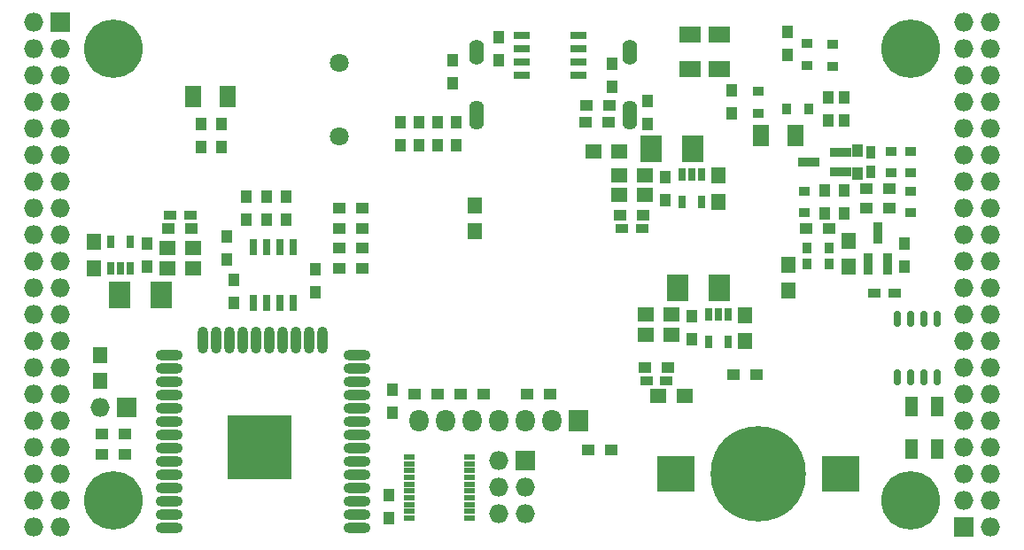
<source format=gbs>
G04 #@! TF.FileFunction,Soldermask,Bot*
%FSLAX46Y46*%
G04 Gerber Fmt 4.6, Leading zero omitted, Abs format (unit mm)*
G04 Created by KiCad (PCBNEW 4.0.7+dfsg1-1) date Thu Sep 28 13:08:25 2017*
%MOMM*%
%LPD*%
G01*
G04 APERTURE LIST*
%ADD10C,0.100000*%
%ADD11R,1.000000X1.300000*%
%ADD12R,2.132000X1.624000*%
%ADD13R,2.100000X2.600000*%
%ADD14R,0.800000X1.300000*%
%ADD15R,1.350000X1.600000*%
%ADD16R,1.600000X1.350000*%
%ADD17R,1.624000X2.132000*%
%ADD18O,0.709600X1.573200*%
%ADD19R,0.900000X1.000000*%
%ADD20R,1.000000X0.900000*%
%ADD21R,0.900000X2.000000*%
%ADD22R,2.000000X0.900000*%
%ADD23R,1.300000X0.850000*%
%ADD24R,0.850000X1.300000*%
%ADD25R,1.300000X1.000000*%
%ADD26R,0.700000X1.650000*%
%ADD27R,1.650000X0.700000*%
%ADD28O,2.600000X1.000000*%
%ADD29O,1.000000X2.600000*%
%ADD30R,6.100000X6.100000*%
%ADD31R,1.827200X1.827200*%
%ADD32O,1.827200X1.827200*%
%ADD33C,5.600000*%
%ADD34R,1.100000X0.500000*%
%ADD35R,1.300000X1.900000*%
%ADD36R,1.827200X2.132000*%
%ADD37O,1.827200X2.132000*%
%ADD38R,3.600000X3.400000*%
%ADD39C,9.100000*%
%ADD40C,1.800000*%
%ADD41O,1.400000X2.800000*%
%ADD42O,1.400000X2.400000*%
G04 APERTURE END LIST*
D10*
D11*
X154044000Y-72426000D03*
X154044000Y-70226000D03*
D12*
X160902000Y-63833000D03*
X160902000Y-67135000D03*
X158108000Y-67135000D03*
X158108000Y-63833000D03*
D13*
X160870000Y-88090000D03*
X156870000Y-88090000D03*
D14*
X159825000Y-90600000D03*
X160775000Y-90600000D03*
X161725000Y-90600000D03*
X161725000Y-93200000D03*
X159825000Y-93200000D03*
D13*
X158330000Y-74755000D03*
X154330000Y-74755000D03*
D14*
X157285000Y-77235000D03*
X158235000Y-77235000D03*
X159185000Y-77235000D03*
X159185000Y-79835000D03*
X157285000Y-79835000D03*
D13*
X103530000Y-88725000D03*
X107530000Y-88725000D03*
D14*
X104575000Y-86215000D03*
X103625000Y-86215000D03*
X102675000Y-86215000D03*
X102675000Y-83615000D03*
X104575000Y-83615000D03*
D15*
X101085000Y-83665000D03*
X101085000Y-86165000D03*
D16*
X153810000Y-90630000D03*
X156310000Y-90630000D03*
X153810000Y-92535000D03*
X156310000Y-92535000D03*
D15*
X163315000Y-93150000D03*
X163315000Y-90650000D03*
D16*
X151270000Y-79200000D03*
X153770000Y-79200000D03*
X151270000Y-77295000D03*
X153770000Y-77295000D03*
D15*
X160775000Y-79815000D03*
X160775000Y-77315000D03*
D16*
X110590000Y-84280000D03*
X108090000Y-84280000D03*
X110590000Y-86185000D03*
X108090000Y-86185000D03*
D17*
X110610000Y-69802000D03*
X113912000Y-69802000D03*
X168141000Y-73485000D03*
X164839000Y-73485000D03*
D18*
X181730000Y-96599000D03*
X180460000Y-96599000D03*
X179190000Y-96599000D03*
X177920000Y-96599000D03*
X177920000Y-91011000D03*
X179190000Y-91011000D03*
X180460000Y-91011000D03*
X181730000Y-91011000D03*
D15*
X173221000Y-86038000D03*
X173221000Y-83538000D03*
D19*
X169250000Y-84280000D03*
X171350000Y-84280000D03*
D20*
X179190000Y-80885000D03*
X179190000Y-78785000D03*
X177285000Y-74975000D03*
X177285000Y-77075000D03*
X169030000Y-80885000D03*
X169030000Y-78785000D03*
D21*
X176965000Y-85780000D03*
X175065000Y-85780000D03*
X176015000Y-82780000D03*
D22*
X172435000Y-75075000D03*
X172435000Y-76975000D03*
X169435000Y-76025000D03*
D23*
X153910000Y-96910000D03*
X155810000Y-96910000D03*
X151570000Y-82375000D03*
X153470000Y-82375000D03*
X110290000Y-81105000D03*
X108390000Y-81105000D03*
D24*
X175380000Y-75075000D03*
X175380000Y-76975000D03*
D25*
X169200000Y-82375000D03*
X171400000Y-82375000D03*
D11*
X172840000Y-80935000D03*
X172840000Y-78735000D03*
D25*
X177115000Y-80470000D03*
X174915000Y-80470000D03*
D11*
X174110000Y-74925000D03*
X174110000Y-77125000D03*
X178555000Y-83815000D03*
X178555000Y-86015000D03*
X113785000Y-83180000D03*
X113785000Y-85380000D03*
X170935000Y-80935000D03*
X170935000Y-78735000D03*
X129280000Y-107900000D03*
X129280000Y-110100000D03*
D25*
X150572000Y-103584000D03*
X148372000Y-103584000D03*
X177115000Y-78565000D03*
X174915000Y-78565000D03*
X153760000Y-95640000D03*
X155960000Y-95640000D03*
X110440000Y-82375000D03*
X108240000Y-82375000D03*
X151420000Y-81105000D03*
X153620000Y-81105000D03*
D11*
X158235000Y-90800000D03*
X158235000Y-93000000D03*
X106165000Y-86015000D03*
X106165000Y-83815000D03*
X155695000Y-77465000D03*
X155695000Y-79665000D03*
D25*
X126782000Y-86185000D03*
X124582000Y-86185000D03*
X126782000Y-84279000D03*
X124582000Y-84279000D03*
X126782000Y-82375000D03*
X124582000Y-82375000D03*
X126782000Y-80470000D03*
X124582000Y-80470000D03*
D11*
X130422000Y-74458000D03*
X130422000Y-72258000D03*
X132200000Y-74458000D03*
X132200000Y-72258000D03*
X133978000Y-74458000D03*
X133978000Y-72258000D03*
X135756000Y-74458000D03*
X135756000Y-72258000D03*
D26*
X116325000Y-84120000D03*
X117595000Y-84120000D03*
X118865000Y-84120000D03*
X120135000Y-84120000D03*
X120135000Y-89520000D03*
X118865000Y-89520000D03*
X117595000Y-89520000D03*
X116325000Y-89520000D03*
D23*
X175700000Y-88598000D03*
X177600000Y-88598000D03*
D27*
X141980000Y-67705000D03*
X141980000Y-66435000D03*
X141980000Y-65165000D03*
X141980000Y-63895000D03*
X147380000Y-63895000D03*
X147380000Y-65165000D03*
X147380000Y-66435000D03*
X147380000Y-67705000D03*
D19*
X171350000Y-85804000D03*
X169250000Y-85804000D03*
D20*
X179190000Y-77075000D03*
X179190000Y-74975000D03*
D28*
X126260434Y-111030338D03*
X126260434Y-109760338D03*
X126260434Y-108490338D03*
X126260434Y-107220338D03*
X126260434Y-105950338D03*
X126260434Y-104680338D03*
X126260434Y-103410338D03*
X126260434Y-102140338D03*
X126260434Y-100870338D03*
X126260434Y-99600338D03*
X126260434Y-98330338D03*
X126260434Y-97060338D03*
X126260434Y-95790338D03*
X126260434Y-94520338D03*
D29*
X122975434Y-93030338D03*
X121705434Y-93030338D03*
X120435434Y-93030338D03*
X119165434Y-93030338D03*
X117895434Y-93030338D03*
X116625434Y-93030338D03*
X115355434Y-93030338D03*
X114085434Y-93030338D03*
X112815434Y-93030338D03*
X111545434Y-93030338D03*
D28*
X108260434Y-94520338D03*
X108260434Y-95790338D03*
X108260434Y-97060338D03*
X108260434Y-98330338D03*
X108260434Y-99600338D03*
X108260434Y-100870338D03*
X108260434Y-102140338D03*
X108260434Y-103410338D03*
X108260434Y-104680338D03*
X108260434Y-105950338D03*
X108260434Y-107220338D03*
X108260434Y-108490338D03*
X108260434Y-109760338D03*
X108260434Y-111030338D03*
D30*
X116960434Y-103330338D03*
D31*
X97910000Y-62690000D03*
D32*
X95370000Y-62690000D03*
X97910000Y-65230000D03*
X95370000Y-65230000D03*
X97910000Y-67770000D03*
X95370000Y-67770000D03*
X97910000Y-70310000D03*
X95370000Y-70310000D03*
X97910000Y-72850000D03*
X95370000Y-72850000D03*
X97910000Y-75390000D03*
X95370000Y-75390000D03*
X97910000Y-77930000D03*
X95370000Y-77930000D03*
X97910000Y-80470000D03*
X95370000Y-80470000D03*
X97910000Y-83010000D03*
X95370000Y-83010000D03*
X97910000Y-85550000D03*
X95370000Y-85550000D03*
X97910000Y-88090000D03*
X95370000Y-88090000D03*
X97910000Y-90630000D03*
X95370000Y-90630000D03*
X97910000Y-93170000D03*
X95370000Y-93170000D03*
X97910000Y-95710000D03*
X95370000Y-95710000D03*
X97910000Y-98250000D03*
X95370000Y-98250000D03*
X97910000Y-100790000D03*
X95370000Y-100790000D03*
X97910000Y-103330000D03*
X95370000Y-103330000D03*
X97910000Y-105870000D03*
X95370000Y-105870000D03*
X97910000Y-108410000D03*
X95370000Y-108410000D03*
X97910000Y-110950000D03*
X95370000Y-110950000D03*
D31*
X184270000Y-110950000D03*
D32*
X186810000Y-110950000D03*
X184270000Y-108410000D03*
X186810000Y-108410000D03*
X184270000Y-105870000D03*
X186810000Y-105870000D03*
X184270000Y-103330000D03*
X186810000Y-103330000D03*
X184270000Y-100790000D03*
X186810000Y-100790000D03*
X184270000Y-98250000D03*
X186810000Y-98250000D03*
X184270000Y-95710000D03*
X186810000Y-95710000D03*
X184270000Y-93170000D03*
X186810000Y-93170000D03*
X184270000Y-90630000D03*
X186810000Y-90630000D03*
X184270000Y-88090000D03*
X186810000Y-88090000D03*
X184270000Y-85550000D03*
X186810000Y-85550000D03*
X184270000Y-83010000D03*
X186810000Y-83010000D03*
X184270000Y-80470000D03*
X186810000Y-80470000D03*
X184270000Y-77930000D03*
X186810000Y-77930000D03*
X184270000Y-75390000D03*
X186810000Y-75390000D03*
X184270000Y-72850000D03*
X186810000Y-72850000D03*
X184270000Y-70310000D03*
X186810000Y-70310000D03*
X184270000Y-67770000D03*
X186810000Y-67770000D03*
X184270000Y-65230000D03*
X186810000Y-65230000D03*
X184270000Y-62690000D03*
X186810000Y-62690000D03*
D33*
X102990000Y-108410000D03*
X179190000Y-108410000D03*
X179190000Y-65230000D03*
X102990000Y-65230000D03*
D19*
X167345000Y-70945000D03*
X169445000Y-70945000D03*
D20*
X164585000Y-69260000D03*
X164585000Y-71360000D03*
D11*
X162045000Y-71410000D03*
X162045000Y-69210000D03*
X139820000Y-66330000D03*
X139820000Y-64130000D03*
X135375000Y-68532000D03*
X135375000Y-66332000D03*
X150615000Y-68870000D03*
X150615000Y-66670000D03*
D25*
X150275000Y-72215000D03*
X148075000Y-72215000D03*
X150380000Y-70600000D03*
X148180000Y-70600000D03*
D34*
X137005000Y-104215000D03*
X137005000Y-104865000D03*
X137005000Y-105515000D03*
X137005000Y-106165000D03*
X137005000Y-106815000D03*
X137005000Y-107465000D03*
X137005000Y-108115000D03*
X137005000Y-108765000D03*
X137005000Y-109415000D03*
X137005000Y-110065000D03*
X131205000Y-110065000D03*
X131205000Y-109415000D03*
X131205000Y-108765000D03*
X131205000Y-108115000D03*
X131205000Y-107465000D03*
X131205000Y-106815000D03*
X131205000Y-106165000D03*
X131205000Y-105515000D03*
X131205000Y-104865000D03*
X131205000Y-104215000D03*
D11*
X119500000Y-79370000D03*
X119500000Y-81570000D03*
X114480000Y-89500000D03*
X114480000Y-87300000D03*
X129660000Y-99985000D03*
X129660000Y-97785000D03*
X117595000Y-79370000D03*
X117595000Y-81570000D03*
X122280000Y-86300000D03*
X122280000Y-88500000D03*
X115690000Y-79370000D03*
X115690000Y-81570000D03*
D25*
X144730000Y-98250000D03*
X142530000Y-98250000D03*
X138380000Y-98250000D03*
X136180000Y-98250000D03*
X133935000Y-98250000D03*
X131735000Y-98250000D03*
X101890000Y-103965000D03*
X104090000Y-103965000D03*
D35*
X179260000Y-99425000D03*
X179260000Y-103425000D03*
X181660000Y-103425000D03*
X181660000Y-99425000D03*
D31*
X104260000Y-99520000D03*
D32*
X101720000Y-99520000D03*
D25*
X101890000Y-102060000D03*
X104090000Y-102060000D03*
D15*
X167506000Y-88324000D03*
X167506000Y-85824000D03*
D25*
X164415000Y-96345000D03*
X162215000Y-96345000D03*
D11*
X167379000Y-65822000D03*
X167379000Y-63622000D03*
D31*
X142360000Y-104600000D03*
D32*
X139820000Y-104600000D03*
X142360000Y-107140000D03*
X139820000Y-107140000D03*
X142360000Y-109680000D03*
X139820000Y-109680000D03*
D16*
X155030000Y-98400000D03*
X157530000Y-98400000D03*
D15*
X137480000Y-82650000D03*
X137480000Y-80150000D03*
D16*
X151330000Y-75000000D03*
X148830000Y-75000000D03*
D15*
X101720000Y-94460000D03*
X101720000Y-96960000D03*
D11*
X113277000Y-74585000D03*
X113277000Y-72385000D03*
X111372000Y-74585000D03*
X111372000Y-72385000D03*
D20*
X169284000Y-66788000D03*
X169284000Y-64688000D03*
X171697000Y-66881000D03*
X171697000Y-64781000D03*
D11*
X172840000Y-72045000D03*
X172840000Y-69845000D03*
X171316000Y-72045000D03*
X171316000Y-69845000D03*
D36*
X147440000Y-100790000D03*
D37*
X144900000Y-100790000D03*
X142360000Y-100790000D03*
X139820000Y-100790000D03*
X137280000Y-100790000D03*
X134740000Y-100790000D03*
X132200000Y-100790000D03*
D38*
X172485000Y-105870000D03*
X156685000Y-105870000D03*
D39*
X164585000Y-105870000D03*
D40*
X124580000Y-66540000D03*
X124580000Y-73540000D03*
D41*
X152280000Y-71550000D03*
X137680000Y-71550000D03*
D42*
X137680000Y-65500000D03*
X152280000Y-65500000D03*
M02*

</source>
